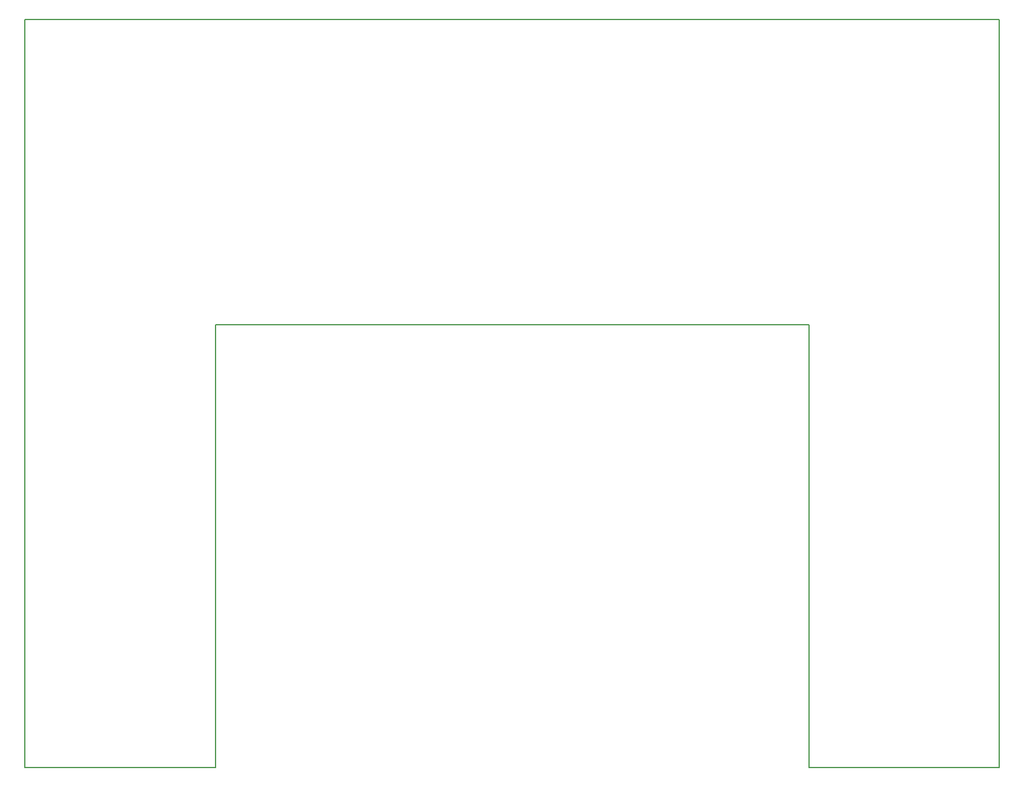
<source format=gm1>
G04 #@! TF.FileFunction,Profile,NP*
%FSLAX46Y46*%
G04 Gerber Fmt 4.6, Leading zero omitted, Abs format (unit mm)*
G04 Created by KiCad (PCBNEW 4.0.1-stable) date Tuesday, March 29, 2016 'AMt' 01:29:57 AM*
%MOMM*%
G01*
G04 APERTURE LIST*
%ADD10C,0.100000*%
%ADD11C,0.150000*%
G04 APERTURE END LIST*
D10*
D11*
X213995000Y-157480000D02*
X186690000Y-157480000D01*
X213995000Y-128270000D02*
X213995000Y-157480000D01*
X186690000Y-156845000D02*
X186690000Y-157480000D01*
X186690000Y-128270000D02*
X186690000Y-156845000D01*
X74295000Y-128270000D02*
X74295000Y-157480000D01*
X101600000Y-128270000D02*
X101600000Y-157480000D01*
X74295000Y-128270000D02*
X74295000Y-125095000D01*
X101600000Y-157480000D02*
X74295000Y-157480000D01*
X101600000Y-125095000D02*
X101600000Y-128270000D01*
X74295000Y-50165000D02*
X74295000Y-125095000D01*
X213995000Y-50165000D02*
X74295000Y-50165000D01*
X213995000Y-51435000D02*
X213995000Y-50165000D01*
X213995000Y-128270000D02*
X213995000Y-51435000D01*
X186690000Y-93980000D02*
X186690000Y-128270000D01*
X101600000Y-93980000D02*
X186690000Y-93980000D01*
X101600000Y-125095000D02*
X101600000Y-93980000D01*
M02*

</source>
